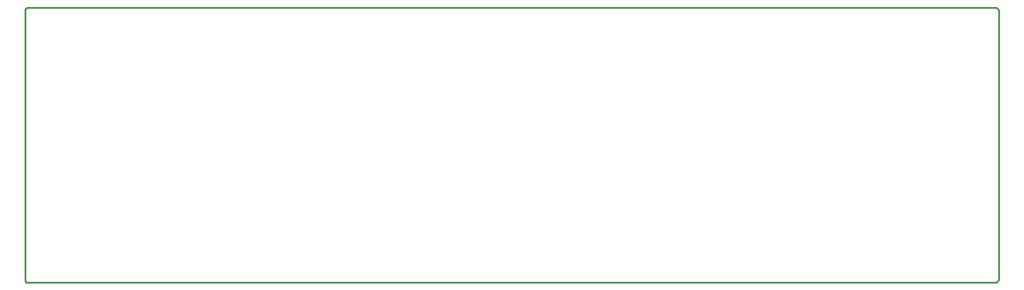
<source format=gko>
G04*
G04 #@! TF.GenerationSoftware,Altium Limited,Altium Designer,23.9.2 (47)*
G04*
G04 Layer_Color=16711935*
%FSLAX44Y44*%
%MOMM*%
G71*
G04*
G04 #@! TF.SameCoordinates,96740390-7EB4-44B9-9E62-99E587B0A754*
G04*
G04*
G04 #@! TF.FilePolarity,Positive*
G04*
G01*
G75*
%ADD17C,0.2540*%
D17*
X1905Y396875D02*
X1405255D01*
X-635Y394335D02*
X1905Y396875D01*
X1405255D02*
X1409065Y393065D01*
X1402715Y-635D02*
X1405255D01*
X1409065Y3175D01*
Y5715D01*
Y76835D01*
Y391795D02*
Y393065D01*
Y342265D02*
Y391795D01*
X-635Y635D02*
Y394335D01*
Y635D02*
X635Y-635D01*
X1402715D01*
X1409065Y76835D02*
Y342265D01*
M02*

</source>
